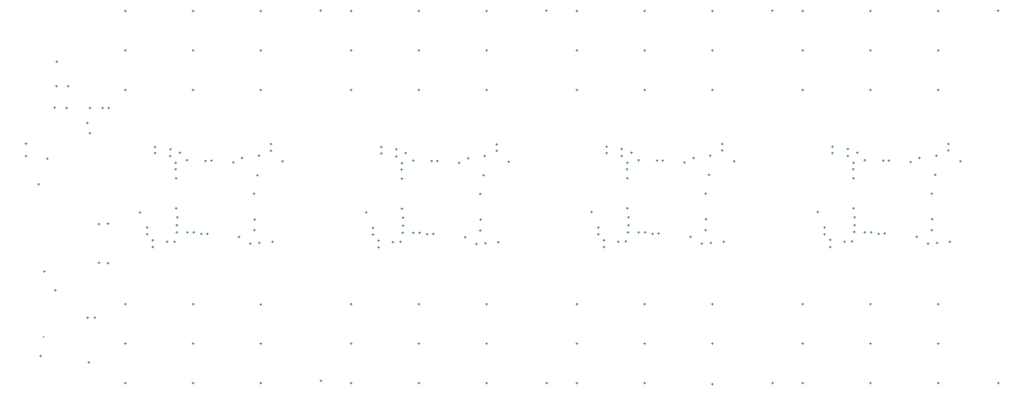
<source format=gko>
G04*
G04 #@! TF.GenerationSoftware,Altium Limited,Altium Designer,18.1.7 (191)*
G04*
G04 Layer_Color=16711935*
%FSLAX25Y25*%
%MOIN*%
G70*
G01*
G75*
%ADD12C,0.00787*%
%ADD15C,0.00500*%
D12*
X52025Y93202D02*
G03*
X52025Y93202I-394J0D01*
G01*
D15*
X102926Y296599D02*
X104926D01*
X103926Y295599D02*
Y297599D01*
X742376Y184619D02*
X744376D01*
X743376Y183619D02*
Y185619D01*
X542076Y184604D02*
X544076D01*
X543076Y183604D02*
Y185604D01*
X343386Y183259D02*
Y185259D01*
X342386Y184259D02*
X344386D01*
X46306Y228669D02*
X48306D01*
X47306Y227669D02*
Y229669D01*
X62356Y337549D02*
X64356D01*
X63356Y336549D02*
Y338549D01*
X124009Y381418D02*
Y383418D01*
X123009Y382418D02*
X125009D01*
X826546Y252185D02*
X828546D01*
X827546Y251185D02*
Y253185D01*
X862583Y249129D02*
X864583D01*
X863583Y248129D02*
Y250129D01*
X795312Y248687D02*
Y250687D01*
X794312Y249687D02*
X796312D01*
X784746Y185273D02*
Y187273D01*
X783746Y186273D02*
X785746D01*
X837246Y220429D02*
X839246D01*
X838246Y219429D02*
Y221429D01*
X824946Y181273D02*
Y183273D01*
X823946Y182273D02*
X825946D01*
X837696Y197720D02*
X839696D01*
X838696Y196720D02*
Y198720D01*
X819746Y247329D02*
Y249329D01*
X818746Y248329D02*
X820746D01*
X800346Y248829D02*
Y250829D01*
X799346Y249829D02*
X801346D01*
X778946Y249129D02*
Y251129D01*
X777946Y250129D02*
X779946D01*
X768146Y234129D02*
X770146D01*
X769146Y233129D02*
Y235129D01*
X768146Y207629D02*
X770146D01*
X769146Y206629D02*
Y208629D01*
X779046Y185229D02*
Y187229D01*
X778046Y186229D02*
X780046D01*
X791346Y183929D02*
Y185929D01*
X790346Y184929D02*
X792346D01*
X747390Y173229D02*
X749390D01*
X748390Y172229D02*
Y174229D01*
X834946Y175273D02*
Y177273D01*
X833946Y176273D02*
X835946D01*
X768846Y186329D02*
X770846D01*
X769846Y185329D02*
Y187329D01*
X768946Y192429D02*
X770946D01*
X769946Y191429D02*
Y193429D01*
X767946Y247829D02*
X769946D01*
X768946Y246829D02*
Y248829D01*
X767846Y242129D02*
X769846D01*
X768846Y241129D02*
Y243129D01*
X747346Y179329D02*
X749346D01*
X748346Y178329D02*
Y180329D01*
X841346Y254229D02*
X843346D01*
X842346Y253229D02*
Y255229D01*
X837446Y188229D02*
X839446D01*
X838446Y187229D02*
Y189229D01*
X842946Y175773D02*
Y177773D01*
X841946Y176773D02*
X843946D01*
X795746Y185029D02*
X797746D01*
X796746Y184029D02*
Y186029D01*
X767746Y177029D02*
Y179029D01*
X766746Y178029D02*
X768746D01*
X769046Y199629D02*
X771046D01*
X770046Y198629D02*
Y200629D01*
X841246Y236029D02*
Y238029D01*
X840246Y237029D02*
X842246D01*
X761146Y176929D02*
Y178929D01*
X760146Y177929D02*
X762146D01*
X763946Y252829D02*
Y254829D01*
X762946Y253829D02*
X764946D01*
X853146Y257729D02*
Y259729D01*
X852146Y258729D02*
X854146D01*
X772528Y255797D02*
Y257797D01*
X771528Y256797D02*
X773528D01*
X854446Y176829D02*
Y178829D01*
X853446Y177829D02*
X855446D01*
X763046Y260029D02*
X765046D01*
X764046Y259029D02*
Y261029D01*
X749546Y262029D02*
X751546D01*
X750546Y261029D02*
Y263029D01*
X852146Y264529D02*
X854146D01*
X853146Y263529D02*
Y265529D01*
X749546Y256529D02*
X751546D01*
X750546Y255529D02*
Y257529D01*
X543076Y189534D02*
Y191534D01*
X542076Y190534D02*
X544076D01*
X536946Y203070D02*
Y205070D01*
X535946Y204070D02*
X537946D01*
X109516Y295569D02*
Y297569D01*
X108516Y296569D02*
X110516D01*
X91877Y296599D02*
X93877D01*
X92877Y295599D02*
Y297599D01*
X89496Y283279D02*
X91496D01*
X90496Y282279D02*
Y284279D01*
X92752Y273319D02*
Y275319D01*
X91752Y274319D02*
X93752D01*
X35898Y252761D02*
Y254761D01*
X34898Y253761D02*
X36898D01*
X124009Y311418D02*
Y313418D01*
X123009Y312418D02*
X125009D01*
X724009Y121418D02*
Y123418D01*
X723009Y122418D02*
X725009D01*
X723009D02*
X725009D01*
X724009Y121418D02*
Y123418D01*
X342386Y190189D02*
X344386D01*
X343386Y189189D02*
Y191189D01*
X347356Y178969D02*
X349356D01*
X348356Y177969D02*
Y179969D01*
X368856Y185969D02*
X370856D01*
X369856Y184969D02*
Y186969D01*
X368956Y192069D02*
X370956D01*
X369956Y191069D02*
Y193069D01*
X368156Y233769D02*
X370156D01*
X369156Y232769D02*
Y234769D01*
X367856Y241769D02*
X369856D01*
X368856Y240769D02*
Y242769D01*
X391356Y183569D02*
Y185569D01*
X390356Y184569D02*
X392356D01*
X453456Y177469D02*
X455456D01*
X454456Y176469D02*
Y178469D01*
X452156Y258369D02*
X454156D01*
X453156Y257369D02*
Y259369D01*
X452156Y264169D02*
X454156D01*
X453156Y263169D02*
Y265169D01*
X347400Y172869D02*
X349400D01*
X348400Y171869D02*
Y173869D01*
X362956Y253469D02*
X364956D01*
X363956Y252469D02*
Y254469D01*
X367756Y176669D02*
Y178669D01*
X366756Y177669D02*
X368756D01*
X368156Y207269D02*
X370156D01*
X369156Y206269D02*
Y208269D01*
X369056Y199269D02*
X371056D01*
X370056Y198269D02*
Y200269D01*
X363056Y259669D02*
X365056D01*
X364056Y258669D02*
Y260669D01*
X384756Y184913D02*
Y186913D01*
X383756Y185913D02*
X385756D01*
X400356Y248469D02*
Y250469D01*
X399356Y249469D02*
X401356D01*
X437456Y187869D02*
X439456D01*
X438456Y186869D02*
Y188869D01*
X437256Y220069D02*
X439256D01*
X438256Y219069D02*
Y221069D01*
X441356Y253869D02*
X443356D01*
X442356Y252869D02*
Y254869D01*
X367956Y247469D02*
X369956D01*
X368956Y246469D02*
Y248469D01*
X336256Y203725D02*
X338256D01*
X337256Y202725D02*
Y204725D01*
X349556Y256169D02*
X351556D01*
X350556Y255169D02*
Y257169D01*
X372538Y255437D02*
Y257437D01*
X371538Y256437D02*
X373538D01*
X396756Y183669D02*
Y185669D01*
X395756Y184669D02*
X397756D01*
X424956Y180913D02*
Y182913D01*
X423956Y181913D02*
X425956D01*
X434956Y174913D02*
Y176913D01*
X433956Y175913D02*
X435956D01*
X442956Y175413D02*
Y177413D01*
X441956Y176413D02*
X443956D01*
X441256Y235669D02*
Y237669D01*
X440256Y236669D02*
X442256D01*
X419756Y246969D02*
Y248969D01*
X418756Y247969D02*
X420756D01*
X427556Y250825D02*
Y252825D01*
X426556Y251825D02*
X428556D01*
X462593Y248769D02*
X464593D01*
X463593Y247769D02*
Y249769D01*
X349556Y261669D02*
X351556D01*
X350556Y260669D02*
Y262669D01*
X379056Y184869D02*
Y186869D01*
X378056Y185869D02*
X380056D01*
X361156Y176569D02*
Y178569D01*
X360156Y177569D02*
X362156D01*
X378956Y248769D02*
Y250769D01*
X377956Y249769D02*
X379956D01*
X395322Y248327D02*
Y250327D01*
X394322Y249327D02*
X396322D01*
X437706Y197360D02*
X439706D01*
X438706Y196360D02*
Y198360D01*
X495985Y382676D02*
X497985D01*
X496985Y381676D02*
Y383676D01*
X324009Y311418D02*
Y313418D01*
X323009Y312418D02*
X325009D01*
X724009Y311418D02*
Y313418D01*
X723009Y312418D02*
X725009D01*
X324009Y346418D02*
Y348418D01*
X323009Y347418D02*
X325009D01*
X524009Y346418D02*
Y348418D01*
X523009Y347418D02*
X525009D01*
X724009Y346418D02*
Y348418D01*
X723009Y347418D02*
X725009D01*
X324009Y381418D02*
Y383418D01*
X323009Y382418D02*
X325009D01*
X524009Y381418D02*
Y383418D01*
X523009Y382418D02*
X525009D01*
X724009Y381418D02*
Y383418D01*
X723009Y382418D02*
X725009D01*
X384009Y311418D02*
Y313418D01*
X383009Y312418D02*
X385009D01*
X584009Y311418D02*
Y313418D01*
X583009Y312418D02*
X585009D01*
X784009Y311418D02*
Y313418D01*
X783009Y312418D02*
X785009D01*
X384009Y346418D02*
Y348418D01*
X383009Y347418D02*
X385009D01*
X584009Y346418D02*
Y348418D01*
X583009Y347418D02*
X585009D01*
X784009Y346418D02*
Y348418D01*
X783009Y347418D02*
X785009D01*
X384009Y381418D02*
Y383418D01*
X383009Y382418D02*
X385009D01*
X584009Y381418D02*
Y383418D01*
X583009Y382418D02*
X585009D01*
X784009Y381418D02*
Y383418D01*
X783009Y382418D02*
X785009D01*
X444009Y311418D02*
Y313418D01*
X443009Y312418D02*
X445009D01*
X644009Y311418D02*
Y313418D01*
X643009Y312418D02*
X645009D01*
X844009Y311418D02*
Y313418D01*
X843009Y312418D02*
X845009D01*
X444009Y346418D02*
Y348418D01*
X443009Y347418D02*
X445009D01*
X644009Y346418D02*
Y348418D01*
X643009Y347418D02*
X645009D01*
X844009Y346418D02*
Y348418D01*
X843009Y347418D02*
X845009D01*
X444009Y381418D02*
Y383418D01*
X443009Y382418D02*
X445009D01*
X644009Y381418D02*
Y383418D01*
X643009Y382418D02*
X645009D01*
X844009Y381418D02*
Y383418D01*
X843009Y382418D02*
X845009D01*
X324009Y121418D02*
Y123418D01*
X323009Y122418D02*
X325009D01*
X524009Y121418D02*
Y123418D01*
X523009Y122418D02*
X525009D01*
X324009Y86418D02*
Y88418D01*
X323009Y87418D02*
X325009D01*
X524009Y86418D02*
Y88418D01*
X523009Y87418D02*
X525009D01*
X724009Y86418D02*
Y88418D01*
X723009Y87418D02*
X725009D01*
X323009Y52418D02*
X325009D01*
X324009Y51418D02*
Y53418D01*
X523009Y52418D02*
X525009D01*
X524009Y51418D02*
Y53418D01*
X723009Y52418D02*
X725009D01*
X724009Y51418D02*
Y53418D01*
X384009Y121418D02*
Y123418D01*
X383009Y122418D02*
X385009D01*
X584009Y121418D02*
Y123418D01*
X583009Y122418D02*
X585009D01*
X784009Y121418D02*
Y123418D01*
X783009Y122418D02*
X785009D01*
X384009Y86418D02*
Y88418D01*
X383009Y87418D02*
X385009D01*
X584009Y86418D02*
Y88418D01*
X583009Y87418D02*
X585009D01*
X784009Y86418D02*
Y88418D01*
X783009Y87418D02*
X785009D01*
X384009Y51418D02*
Y53418D01*
X383009Y52418D02*
X385009D01*
X584009Y51418D02*
Y53418D01*
X583009Y52418D02*
X585009D01*
X784009Y51418D02*
Y53418D01*
X783009Y52418D02*
X785009D01*
X444009Y121418D02*
Y123418D01*
X443009Y122418D02*
X445009D01*
X644009Y121418D02*
Y123418D01*
X643009Y122418D02*
X645009D01*
X844009Y121418D02*
Y123418D01*
X843009Y122418D02*
X845009D01*
X444009Y86418D02*
Y88418D01*
X443009Y87418D02*
X445009D01*
X644009Y86418D02*
Y88418D01*
X643009Y87418D02*
X645009D01*
X844009Y86418D02*
Y88418D01*
X843009Y87418D02*
X845009D01*
X444009Y51418D02*
Y53418D01*
X443009Y52418D02*
X445009D01*
X644009Y50418D02*
Y52418D01*
X643009Y51418D02*
X645009D01*
X844009D02*
Y53418D01*
X843009Y52418D02*
X845009D01*
X524009Y311418D02*
Y313418D01*
X523009Y312418D02*
X525009D01*
X143276Y183519D02*
Y185519D01*
X142276Y184519D02*
X144276D01*
X143276Y189449D02*
Y191449D01*
X142276Y190449D02*
X144276D01*
X137146Y202985D02*
Y204985D01*
X136146Y203985D02*
X138146D01*
X123009Y87418D02*
X125009D01*
X124009Y86418D02*
Y88418D01*
X123009Y122418D02*
X125009D01*
X124009Y121418D02*
Y123418D01*
X123009Y52418D02*
X125009D01*
X124009Y51418D02*
Y53418D01*
X183009Y122418D02*
X185009D01*
X184009Y121418D02*
Y123418D01*
X183009Y87418D02*
X185009D01*
X184009Y86418D02*
Y88418D01*
X183009Y52418D02*
X185009D01*
X184009Y51418D02*
Y53418D01*
X243126Y122059D02*
X245126D01*
X244126Y121059D02*
Y123059D01*
X243009Y87418D02*
X245009D01*
X244009Y86418D02*
Y88418D01*
X243009Y52418D02*
X245009D01*
X244009Y51418D02*
Y53418D01*
X123009Y122418D02*
X125009D01*
X124009Y121418D02*
Y123418D01*
X297267Y53442D02*
Y55442D01*
X296267Y54442D02*
X298267D01*
X243009Y52418D02*
X245009D01*
X244009Y51418D02*
Y53418D01*
X243009Y87418D02*
X245009D01*
X244009Y86418D02*
Y88418D01*
X243126Y122059D02*
X245126D01*
X244126Y121059D02*
Y123059D01*
X183009Y52418D02*
X185009D01*
X184009Y51418D02*
Y53418D01*
X183009Y87418D02*
X185009D01*
X184009Y86418D02*
Y88418D01*
X183009Y122418D02*
X185009D01*
X184009Y121418D02*
Y123418D01*
X123009Y52418D02*
X125009D01*
X124009Y51418D02*
Y53418D01*
X123009Y87418D02*
X125009D01*
X124009Y86418D02*
Y88418D01*
X184009Y381418D02*
Y383418D01*
X183009Y382418D02*
X185009D01*
X123009Y312418D02*
X125009D01*
X124009Y311418D02*
Y313418D01*
X243009Y312418D02*
X245009D01*
X244009Y311418D02*
Y313418D01*
X123009Y382418D02*
X125009D01*
X124009Y381418D02*
Y383418D01*
X243009Y382418D02*
X245009D01*
X244009Y381418D02*
Y383418D01*
X123009Y347418D02*
X125009D01*
X124009Y346418D02*
Y348418D01*
X243009Y347418D02*
X245009D01*
X244009Y346418D02*
Y348418D01*
X183009Y312418D02*
X185009D01*
X184009Y311418D02*
Y313418D01*
X183009Y382418D02*
X185009D01*
X184009Y381418D02*
Y383418D01*
X183009Y347418D02*
X185009D01*
X184009Y346418D02*
Y348418D01*
X243009Y312418D02*
X245009D01*
X244009Y311418D02*
Y313418D01*
X243009Y382418D02*
X245009D01*
X244009Y381418D02*
Y383418D01*
X123009Y347418D02*
X125009D01*
X124009Y346418D02*
Y348418D01*
X243009Y347418D02*
X245009D01*
X244009Y346418D02*
Y348418D01*
X183009Y312418D02*
X185009D01*
X184009Y311418D02*
Y313418D01*
X296985Y381676D02*
Y383676D01*
X295985Y382676D02*
X297985D01*
X183009Y347418D02*
X185009D01*
X184009Y346418D02*
Y348418D01*
X723009Y312418D02*
X725009D01*
X724009Y311418D02*
Y313418D01*
X523009Y312418D02*
X525009D01*
X524009Y311418D02*
Y313418D01*
X323009Y312418D02*
X325009D01*
X324009Y311418D02*
Y313418D01*
X897267Y51442D02*
Y53442D01*
X896267Y52442D02*
X898267D01*
X697267Y51442D02*
Y53442D01*
X696267Y52442D02*
X698267D01*
X497267Y51442D02*
Y53442D01*
X496267Y52442D02*
X498267D01*
X843009Y52418D02*
X845009D01*
X844009Y51418D02*
Y53418D01*
X643009Y51418D02*
X645009D01*
X644009Y50418D02*
Y52418D01*
X443009D02*
X445009D01*
X444009Y51418D02*
Y53418D01*
X843009Y87418D02*
X845009D01*
X844009Y86418D02*
Y88418D01*
X643009Y87418D02*
X645009D01*
X644009Y86418D02*
Y88418D01*
X443009Y87418D02*
X445009D01*
X444009Y86418D02*
Y88418D01*
X843009Y122418D02*
X845009D01*
X844009Y121418D02*
Y123418D01*
X643009Y122418D02*
X645009D01*
X644009Y121418D02*
Y123418D01*
X443009Y122418D02*
X445009D01*
X444009Y121418D02*
Y123418D01*
X783009Y52418D02*
X785009D01*
X784009Y51418D02*
Y53418D01*
X583009Y52418D02*
X585009D01*
X584009Y51418D02*
Y53418D01*
X383009Y52418D02*
X385009D01*
X384009Y51418D02*
Y53418D01*
X783009Y87418D02*
X785009D01*
X784009Y86418D02*
Y88418D01*
X583009Y87418D02*
X585009D01*
X584009Y86418D02*
Y88418D01*
X383009Y87418D02*
X385009D01*
X384009Y86418D02*
Y88418D01*
X783009Y122418D02*
X785009D01*
X784009Y121418D02*
Y123418D01*
X583009Y122418D02*
X585009D01*
X584009Y121418D02*
Y123418D01*
X383009Y122418D02*
X385009D01*
X384009Y121418D02*
Y123418D01*
X723009Y52418D02*
X725009D01*
X724009Y51418D02*
Y53418D01*
X523009Y52418D02*
X525009D01*
X524009Y51418D02*
Y53418D01*
X323009Y52418D02*
X325009D01*
X324009Y51418D02*
Y53418D01*
X723009Y87418D02*
X725009D01*
X724009Y86418D02*
Y88418D01*
X523009Y87418D02*
X525009D01*
X524009Y86418D02*
Y88418D01*
X323009Y87418D02*
X325009D01*
X324009Y86418D02*
Y88418D01*
X523009Y122418D02*
X525009D01*
X524009Y121418D02*
Y123418D01*
X323009Y122418D02*
X325009D01*
X324009Y121418D02*
Y123418D01*
X896985Y381676D02*
Y383676D01*
X895985Y382676D02*
X897985D01*
X696985Y381676D02*
Y383676D01*
X695985Y382676D02*
X697985D01*
X843009Y382418D02*
X845009D01*
X844009Y381418D02*
Y383418D01*
X643009Y382418D02*
X645009D01*
X644009Y381418D02*
Y383418D01*
X443009Y382418D02*
X445009D01*
X444009Y381418D02*
Y383418D01*
X843009Y347418D02*
X845009D01*
X844009Y346418D02*
Y348418D01*
X643009Y347418D02*
X645009D01*
X644009Y346418D02*
Y348418D01*
X443009Y347418D02*
X445009D01*
X444009Y346418D02*
Y348418D01*
X843009Y312418D02*
X845009D01*
X844009Y311418D02*
Y313418D01*
X643009Y312418D02*
X645009D01*
X644009Y311418D02*
Y313418D01*
X443009Y312418D02*
X445009D01*
X444009Y311418D02*
Y313418D01*
X783009Y382418D02*
X785009D01*
X784009Y381418D02*
Y383418D01*
X583009Y382418D02*
X585009D01*
X584009Y381418D02*
Y383418D01*
X383009Y382418D02*
X385009D01*
X384009Y381418D02*
Y383418D01*
X783009Y347418D02*
X785009D01*
X784009Y346418D02*
Y348418D01*
X583009Y347418D02*
X585009D01*
X584009Y346418D02*
Y348418D01*
X383009Y347418D02*
X385009D01*
X384009Y346418D02*
Y348418D01*
X783009Y312418D02*
X785009D01*
X784009Y311418D02*
Y313418D01*
X583009Y312418D02*
X585009D01*
X584009Y311418D02*
Y313418D01*
X383009Y312418D02*
X385009D01*
X384009Y311418D02*
Y313418D01*
X723009Y382418D02*
X725009D01*
X724009Y381418D02*
Y383418D01*
X523009Y382418D02*
X525009D01*
X524009Y381418D02*
Y383418D01*
X323009Y382418D02*
X325009D01*
X324009Y381418D02*
Y383418D01*
X723009Y347418D02*
X725009D01*
X724009Y346418D02*
Y348418D01*
X523009Y347418D02*
X525009D01*
X524009Y346418D02*
Y348418D01*
X323009Y347418D02*
X325009D01*
X324009Y346418D02*
Y348418D01*
X100836Y158093D02*
Y160093D01*
X99836Y159093D02*
X101836D01*
X100846Y192625D02*
Y194625D01*
X99846Y193625D02*
X101846D01*
X108806Y157849D02*
Y159849D01*
X107806Y158849D02*
X109806D01*
X108706Y192839D02*
Y194839D01*
X107706Y193839D02*
X109706D01*
X262483Y249029D02*
X264483D01*
X263483Y248029D02*
Y250029D01*
X195212Y248587D02*
Y250587D01*
X194212Y249587D02*
X196212D01*
X184646Y185173D02*
Y187173D01*
X183646Y186173D02*
X185646D01*
X237146Y220329D02*
X239146D01*
X238146Y219329D02*
Y221329D01*
X224846Y181173D02*
Y183173D01*
X223846Y182173D02*
X225846D01*
X237596Y197620D02*
X239596D01*
X238596Y196620D02*
Y198620D01*
X219646Y247229D02*
Y249229D01*
X218646Y248229D02*
X220646D01*
X200246Y248729D02*
Y250729D01*
X199246Y249729D02*
X201246D01*
X178846Y249029D02*
Y251029D01*
X177846Y250029D02*
X179846D01*
X168046Y234029D02*
X170046D01*
X169046Y233029D02*
Y235029D01*
X168046Y207529D02*
X170046D01*
X169046Y206529D02*
Y208529D01*
X178946Y185129D02*
Y187129D01*
X177946Y186129D02*
X179946D01*
X191246Y183829D02*
Y185829D01*
X190246Y184829D02*
X192246D01*
X147290Y173129D02*
X149290D01*
X148290Y172129D02*
Y174129D01*
X234846Y175173D02*
Y177173D01*
X233846Y176173D02*
X235846D01*
X168746Y186229D02*
X170746D01*
X169746Y185229D02*
Y187229D01*
X168846Y192329D02*
X170846D01*
X169846Y191329D02*
Y193329D01*
X167846Y247729D02*
X169846D01*
X168846Y246729D02*
Y248729D01*
X167746Y242029D02*
X169746D01*
X168746Y241029D02*
Y243029D01*
X147246Y179229D02*
X149246D01*
X148246Y178229D02*
Y180229D01*
X241246Y254129D02*
X243246D01*
X242246Y253129D02*
Y255129D01*
X237346Y188129D02*
X239346D01*
X238346Y187129D02*
Y189129D01*
X242846Y175673D02*
Y177673D01*
X241846Y176673D02*
X243846D01*
X196646Y183929D02*
Y185929D01*
X195646Y184929D02*
X197646D01*
X167646Y176929D02*
Y178929D01*
X166646Y177929D02*
X168646D01*
X168946Y199529D02*
X170946D01*
X169946Y198529D02*
Y200529D01*
X241146Y235929D02*
Y237929D01*
X240146Y236929D02*
X242146D01*
X161046Y176829D02*
Y178829D01*
X160046Y177829D02*
X162046D01*
X162846Y253729D02*
X164846D01*
X163846Y252729D02*
Y254729D01*
X252046Y258629D02*
X254046D01*
X253046Y257629D02*
Y259629D01*
X172428Y255697D02*
Y257697D01*
X171428Y256697D02*
X173428D01*
X253346Y177729D02*
X255346D01*
X254346Y176729D02*
Y178729D01*
X162946Y259929D02*
X164946D01*
X163946Y258929D02*
Y260929D01*
X149446Y261929D02*
X151446D01*
X150446Y260929D02*
Y262929D01*
X252046Y264429D02*
X254046D01*
X253046Y263429D02*
Y265429D01*
X227446Y251085D02*
Y253085D01*
X226446Y252085D02*
X228446D01*
X149446Y256429D02*
X151446D01*
X150446Y255429D02*
Y257429D01*
X663283Y248114D02*
Y250114D01*
X662283Y249114D02*
X664283D01*
X594012Y249672D02*
X596012D01*
X595012Y248672D02*
Y250672D01*
X583446Y186258D02*
X585446D01*
X584446Y185258D02*
Y187258D01*
X637946Y219414D02*
Y221414D01*
X636946Y220414D02*
X638946D01*
X623646Y182258D02*
X625646D01*
X624646Y181258D02*
Y183258D01*
X638396Y196705D02*
Y198705D01*
X637396Y197705D02*
X639396D01*
X618446Y248314D02*
X620446D01*
X619446Y247314D02*
Y249314D01*
X599046Y249814D02*
X601046D01*
X600046Y248814D02*
Y250814D01*
X577646Y250114D02*
X579646D01*
X578646Y249114D02*
Y251114D01*
X568846Y233114D02*
Y235114D01*
X567846Y234114D02*
X569846D01*
X568846Y206614D02*
Y208614D01*
X567846Y207614D02*
X569846D01*
X577746Y186214D02*
X579746D01*
X578746Y185214D02*
Y187214D01*
X590046Y184914D02*
X592046D01*
X591046Y183914D02*
Y185914D01*
X548090Y172214D02*
Y174214D01*
X547090Y173214D02*
X549090D01*
X633646Y176258D02*
X635646D01*
X634646Y175258D02*
Y177258D01*
X569546Y185314D02*
Y187314D01*
X568546Y186314D02*
X570546D01*
X569646Y191414D02*
Y193414D01*
X568646Y192414D02*
X570646D01*
X568646Y246814D02*
Y248814D01*
X567646Y247814D02*
X569646D01*
X568546Y241114D02*
Y243114D01*
X567546Y242114D02*
X569546D01*
X548046Y178314D02*
Y180314D01*
X547046Y179314D02*
X549046D01*
X642046Y253214D02*
Y255214D01*
X641046Y254214D02*
X643046D01*
X638146Y187214D02*
Y189214D01*
X637146Y188214D02*
X639146D01*
X641646Y176758D02*
X643646D01*
X642646Y175758D02*
Y177758D01*
X595446Y185014D02*
X597446D01*
X596446Y184014D02*
Y186014D01*
X566446Y178014D02*
X568446D01*
X567446Y177014D02*
Y179014D01*
X569746Y198614D02*
Y200614D01*
X568746Y199614D02*
X570746D01*
X639946Y237014D02*
X641946D01*
X640946Y236014D02*
Y238014D01*
X559846Y177914D02*
X561846D01*
X560846Y176914D02*
Y178914D01*
X563646Y252814D02*
Y254814D01*
X562646Y253814D02*
X564646D01*
X652846Y257714D02*
Y259714D01*
X651846Y258714D02*
X653846D01*
X571228Y256782D02*
X573228D01*
X572228Y255782D02*
Y257782D01*
X654146Y176814D02*
Y178814D01*
X653146Y177814D02*
X655146D01*
X563746Y259014D02*
Y261014D01*
X562746Y260014D02*
X564746D01*
X550246Y261014D02*
Y263014D01*
X549246Y262014D02*
X551246D01*
X652846Y263514D02*
Y265514D01*
X651846Y264514D02*
X653846D01*
X626246Y252170D02*
X628246D01*
X627246Y251170D02*
Y253170D01*
X550246Y255514D02*
Y257514D01*
X549246Y256514D02*
X551246D01*
X742376Y190549D02*
X744376D01*
X743376Y189549D02*
Y191549D01*
X36160Y263677D02*
Y265676D01*
X35160Y264676D02*
X37160D01*
X63126Y314709D02*
Y316709D01*
X62126Y315709D02*
X64126D01*
X73366Y314709D02*
Y316709D01*
X72366Y315709D02*
X74366D01*
X55116Y250499D02*
Y252499D01*
X54116Y251499D02*
X56116D01*
X51350Y151549D02*
X53350D01*
X52350Y150549D02*
Y152549D01*
X47976Y76499D02*
X49976D01*
X48976Y75499D02*
Y77499D01*
X62132Y133699D02*
Y135699D01*
X61132Y134699D02*
X63132D01*
X91576Y69699D02*
Y71699D01*
X90576Y70699D02*
X92576D01*
X95976Y110399D02*
X97976D01*
X96976Y109399D02*
Y111399D01*
X89698Y110399D02*
X91698D01*
X90698Y109399D02*
Y111399D01*
X736246Y204085D02*
X738246D01*
X737246Y203085D02*
Y205085D01*
X61246Y295669D02*
Y297669D01*
X60246Y296669D02*
X62246D01*
X71952Y295489D02*
Y297489D01*
X70952Y296489D02*
X72952D01*
M02*

</source>
